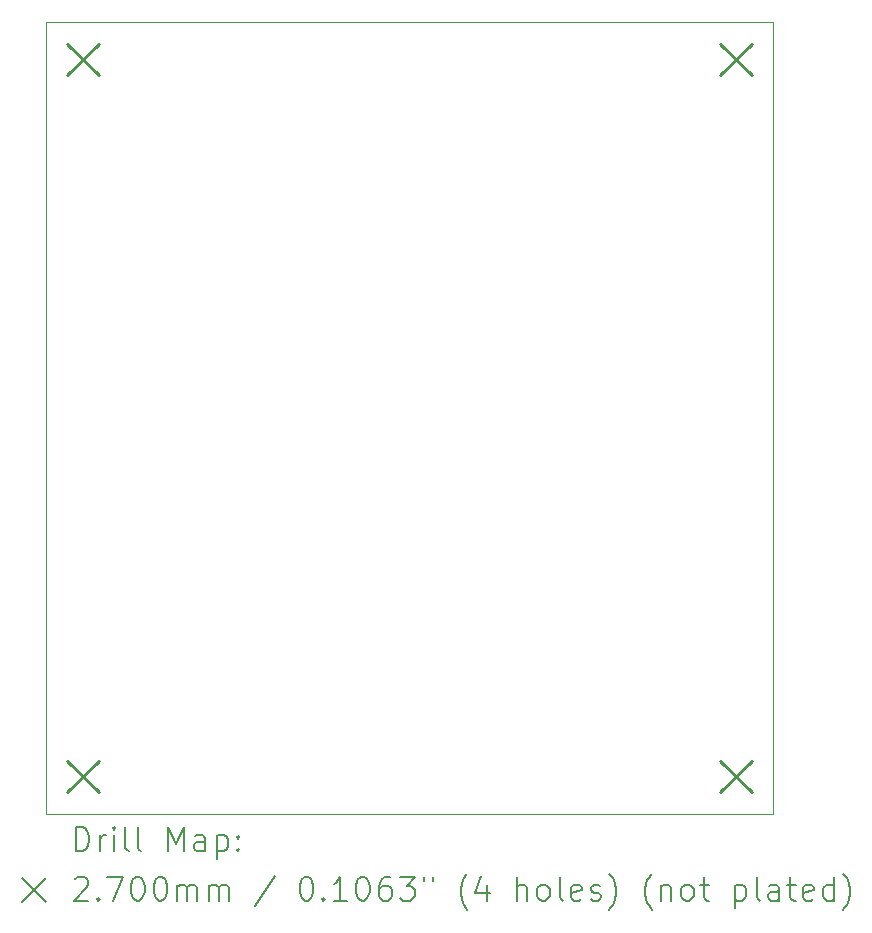
<source format=gbr>
%FSLAX45Y45*%
G04 Gerber Fmt 4.5, Leading zero omitted, Abs format (unit mm)*
G04 Created by KiCad (PCBNEW (6.0.2)) date 2022-12-04 09:31:24*
%MOMM*%
%LPD*%
G01*
G04 APERTURE LIST*
%TA.AperFunction,Profile*%
%ADD10C,0.050000*%
%TD*%
%ADD11C,0.200000*%
%ADD12C,0.270000*%
G04 APERTURE END LIST*
D10*
X15557500Y-11112500D02*
X9398000Y-11112500D01*
X9398000Y-11112500D02*
X9398000Y-4406900D01*
X9398000Y-4406900D02*
X15557500Y-4406900D01*
X15557500Y-4406900D02*
X15557500Y-11112500D01*
D11*
D12*
X9580500Y-4589400D02*
X9850500Y-4859400D01*
X9850500Y-4589400D02*
X9580500Y-4859400D01*
X9580500Y-10660000D02*
X9850500Y-10930000D01*
X9850500Y-10660000D02*
X9580500Y-10930000D01*
X15105000Y-4589400D02*
X15375000Y-4859400D01*
X15375000Y-4589400D02*
X15105000Y-4859400D01*
X15105000Y-10660000D02*
X15375000Y-10930000D01*
X15375000Y-10660000D02*
X15105000Y-10930000D01*
D11*
X9653119Y-11425476D02*
X9653119Y-11225476D01*
X9700738Y-11225476D01*
X9729310Y-11235000D01*
X9748357Y-11254048D01*
X9757881Y-11273095D01*
X9767405Y-11311190D01*
X9767405Y-11339762D01*
X9757881Y-11377857D01*
X9748357Y-11396905D01*
X9729310Y-11415952D01*
X9700738Y-11425476D01*
X9653119Y-11425476D01*
X9853119Y-11425476D02*
X9853119Y-11292143D01*
X9853119Y-11330238D02*
X9862643Y-11311190D01*
X9872167Y-11301667D01*
X9891214Y-11292143D01*
X9910262Y-11292143D01*
X9976929Y-11425476D02*
X9976929Y-11292143D01*
X9976929Y-11225476D02*
X9967405Y-11235000D01*
X9976929Y-11244524D01*
X9986452Y-11235000D01*
X9976929Y-11225476D01*
X9976929Y-11244524D01*
X10100738Y-11425476D02*
X10081690Y-11415952D01*
X10072167Y-11396905D01*
X10072167Y-11225476D01*
X10205500Y-11425476D02*
X10186452Y-11415952D01*
X10176929Y-11396905D01*
X10176929Y-11225476D01*
X10434071Y-11425476D02*
X10434071Y-11225476D01*
X10500738Y-11368333D01*
X10567405Y-11225476D01*
X10567405Y-11425476D01*
X10748357Y-11425476D02*
X10748357Y-11320714D01*
X10738833Y-11301667D01*
X10719786Y-11292143D01*
X10681690Y-11292143D01*
X10662643Y-11301667D01*
X10748357Y-11415952D02*
X10729310Y-11425476D01*
X10681690Y-11425476D01*
X10662643Y-11415952D01*
X10653119Y-11396905D01*
X10653119Y-11377857D01*
X10662643Y-11358809D01*
X10681690Y-11349286D01*
X10729310Y-11349286D01*
X10748357Y-11339762D01*
X10843595Y-11292143D02*
X10843595Y-11492143D01*
X10843595Y-11301667D02*
X10862643Y-11292143D01*
X10900738Y-11292143D01*
X10919786Y-11301667D01*
X10929310Y-11311190D01*
X10938833Y-11330238D01*
X10938833Y-11387381D01*
X10929310Y-11406428D01*
X10919786Y-11415952D01*
X10900738Y-11425476D01*
X10862643Y-11425476D01*
X10843595Y-11415952D01*
X11024548Y-11406428D02*
X11034071Y-11415952D01*
X11024548Y-11425476D01*
X11015024Y-11415952D01*
X11024548Y-11406428D01*
X11024548Y-11425476D01*
X11024548Y-11301667D02*
X11034071Y-11311190D01*
X11024548Y-11320714D01*
X11015024Y-11311190D01*
X11024548Y-11301667D01*
X11024548Y-11320714D01*
X9195500Y-11655000D02*
X9395500Y-11855000D01*
X9395500Y-11655000D02*
X9195500Y-11855000D01*
X9643595Y-11664524D02*
X9653119Y-11655000D01*
X9672167Y-11645476D01*
X9719786Y-11645476D01*
X9738833Y-11655000D01*
X9748357Y-11664524D01*
X9757881Y-11683571D01*
X9757881Y-11702619D01*
X9748357Y-11731190D01*
X9634071Y-11845476D01*
X9757881Y-11845476D01*
X9843595Y-11826428D02*
X9853119Y-11835952D01*
X9843595Y-11845476D01*
X9834071Y-11835952D01*
X9843595Y-11826428D01*
X9843595Y-11845476D01*
X9919786Y-11645476D02*
X10053119Y-11645476D01*
X9967405Y-11845476D01*
X10167405Y-11645476D02*
X10186452Y-11645476D01*
X10205500Y-11655000D01*
X10215024Y-11664524D01*
X10224548Y-11683571D01*
X10234071Y-11721667D01*
X10234071Y-11769286D01*
X10224548Y-11807381D01*
X10215024Y-11826428D01*
X10205500Y-11835952D01*
X10186452Y-11845476D01*
X10167405Y-11845476D01*
X10148357Y-11835952D01*
X10138833Y-11826428D01*
X10129310Y-11807381D01*
X10119786Y-11769286D01*
X10119786Y-11721667D01*
X10129310Y-11683571D01*
X10138833Y-11664524D01*
X10148357Y-11655000D01*
X10167405Y-11645476D01*
X10357881Y-11645476D02*
X10376929Y-11645476D01*
X10395976Y-11655000D01*
X10405500Y-11664524D01*
X10415024Y-11683571D01*
X10424548Y-11721667D01*
X10424548Y-11769286D01*
X10415024Y-11807381D01*
X10405500Y-11826428D01*
X10395976Y-11835952D01*
X10376929Y-11845476D01*
X10357881Y-11845476D01*
X10338833Y-11835952D01*
X10329310Y-11826428D01*
X10319786Y-11807381D01*
X10310262Y-11769286D01*
X10310262Y-11721667D01*
X10319786Y-11683571D01*
X10329310Y-11664524D01*
X10338833Y-11655000D01*
X10357881Y-11645476D01*
X10510262Y-11845476D02*
X10510262Y-11712143D01*
X10510262Y-11731190D02*
X10519786Y-11721667D01*
X10538833Y-11712143D01*
X10567405Y-11712143D01*
X10586452Y-11721667D01*
X10595976Y-11740714D01*
X10595976Y-11845476D01*
X10595976Y-11740714D02*
X10605500Y-11721667D01*
X10624548Y-11712143D01*
X10653119Y-11712143D01*
X10672167Y-11721667D01*
X10681690Y-11740714D01*
X10681690Y-11845476D01*
X10776929Y-11845476D02*
X10776929Y-11712143D01*
X10776929Y-11731190D02*
X10786452Y-11721667D01*
X10805500Y-11712143D01*
X10834071Y-11712143D01*
X10853119Y-11721667D01*
X10862643Y-11740714D01*
X10862643Y-11845476D01*
X10862643Y-11740714D02*
X10872167Y-11721667D01*
X10891214Y-11712143D01*
X10919786Y-11712143D01*
X10938833Y-11721667D01*
X10948357Y-11740714D01*
X10948357Y-11845476D01*
X11338833Y-11635952D02*
X11167405Y-11893095D01*
X11595976Y-11645476D02*
X11615024Y-11645476D01*
X11634071Y-11655000D01*
X11643595Y-11664524D01*
X11653119Y-11683571D01*
X11662643Y-11721667D01*
X11662643Y-11769286D01*
X11653119Y-11807381D01*
X11643595Y-11826428D01*
X11634071Y-11835952D01*
X11615024Y-11845476D01*
X11595976Y-11845476D01*
X11576928Y-11835952D01*
X11567405Y-11826428D01*
X11557881Y-11807381D01*
X11548357Y-11769286D01*
X11548357Y-11721667D01*
X11557881Y-11683571D01*
X11567405Y-11664524D01*
X11576928Y-11655000D01*
X11595976Y-11645476D01*
X11748357Y-11826428D02*
X11757881Y-11835952D01*
X11748357Y-11845476D01*
X11738833Y-11835952D01*
X11748357Y-11826428D01*
X11748357Y-11845476D01*
X11948357Y-11845476D02*
X11834071Y-11845476D01*
X11891214Y-11845476D02*
X11891214Y-11645476D01*
X11872167Y-11674048D01*
X11853119Y-11693095D01*
X11834071Y-11702619D01*
X12072167Y-11645476D02*
X12091214Y-11645476D01*
X12110262Y-11655000D01*
X12119786Y-11664524D01*
X12129309Y-11683571D01*
X12138833Y-11721667D01*
X12138833Y-11769286D01*
X12129309Y-11807381D01*
X12119786Y-11826428D01*
X12110262Y-11835952D01*
X12091214Y-11845476D01*
X12072167Y-11845476D01*
X12053119Y-11835952D01*
X12043595Y-11826428D01*
X12034071Y-11807381D01*
X12024548Y-11769286D01*
X12024548Y-11721667D01*
X12034071Y-11683571D01*
X12043595Y-11664524D01*
X12053119Y-11655000D01*
X12072167Y-11645476D01*
X12310262Y-11645476D02*
X12272167Y-11645476D01*
X12253119Y-11655000D01*
X12243595Y-11664524D01*
X12224548Y-11693095D01*
X12215024Y-11731190D01*
X12215024Y-11807381D01*
X12224548Y-11826428D01*
X12234071Y-11835952D01*
X12253119Y-11845476D01*
X12291214Y-11845476D01*
X12310262Y-11835952D01*
X12319786Y-11826428D01*
X12329309Y-11807381D01*
X12329309Y-11759762D01*
X12319786Y-11740714D01*
X12310262Y-11731190D01*
X12291214Y-11721667D01*
X12253119Y-11721667D01*
X12234071Y-11731190D01*
X12224548Y-11740714D01*
X12215024Y-11759762D01*
X12395976Y-11645476D02*
X12519786Y-11645476D01*
X12453119Y-11721667D01*
X12481690Y-11721667D01*
X12500738Y-11731190D01*
X12510262Y-11740714D01*
X12519786Y-11759762D01*
X12519786Y-11807381D01*
X12510262Y-11826428D01*
X12500738Y-11835952D01*
X12481690Y-11845476D01*
X12424548Y-11845476D01*
X12405500Y-11835952D01*
X12395976Y-11826428D01*
X12595976Y-11645476D02*
X12595976Y-11683571D01*
X12672167Y-11645476D02*
X12672167Y-11683571D01*
X12967405Y-11921667D02*
X12957881Y-11912143D01*
X12938833Y-11883571D01*
X12929309Y-11864524D01*
X12919786Y-11835952D01*
X12910262Y-11788333D01*
X12910262Y-11750238D01*
X12919786Y-11702619D01*
X12929309Y-11674048D01*
X12938833Y-11655000D01*
X12957881Y-11626428D01*
X12967405Y-11616905D01*
X13129309Y-11712143D02*
X13129309Y-11845476D01*
X13081690Y-11635952D02*
X13034071Y-11778809D01*
X13157881Y-11778809D01*
X13386452Y-11845476D02*
X13386452Y-11645476D01*
X13472167Y-11845476D02*
X13472167Y-11740714D01*
X13462643Y-11721667D01*
X13443595Y-11712143D01*
X13415024Y-11712143D01*
X13395976Y-11721667D01*
X13386452Y-11731190D01*
X13595976Y-11845476D02*
X13576928Y-11835952D01*
X13567405Y-11826428D01*
X13557881Y-11807381D01*
X13557881Y-11750238D01*
X13567405Y-11731190D01*
X13576928Y-11721667D01*
X13595976Y-11712143D01*
X13624548Y-11712143D01*
X13643595Y-11721667D01*
X13653119Y-11731190D01*
X13662643Y-11750238D01*
X13662643Y-11807381D01*
X13653119Y-11826428D01*
X13643595Y-11835952D01*
X13624548Y-11845476D01*
X13595976Y-11845476D01*
X13776928Y-11845476D02*
X13757881Y-11835952D01*
X13748357Y-11816905D01*
X13748357Y-11645476D01*
X13929309Y-11835952D02*
X13910262Y-11845476D01*
X13872167Y-11845476D01*
X13853119Y-11835952D01*
X13843595Y-11816905D01*
X13843595Y-11740714D01*
X13853119Y-11721667D01*
X13872167Y-11712143D01*
X13910262Y-11712143D01*
X13929309Y-11721667D01*
X13938833Y-11740714D01*
X13938833Y-11759762D01*
X13843595Y-11778809D01*
X14015024Y-11835952D02*
X14034071Y-11845476D01*
X14072167Y-11845476D01*
X14091214Y-11835952D01*
X14100738Y-11816905D01*
X14100738Y-11807381D01*
X14091214Y-11788333D01*
X14072167Y-11778809D01*
X14043595Y-11778809D01*
X14024548Y-11769286D01*
X14015024Y-11750238D01*
X14015024Y-11740714D01*
X14024548Y-11721667D01*
X14043595Y-11712143D01*
X14072167Y-11712143D01*
X14091214Y-11721667D01*
X14167405Y-11921667D02*
X14176928Y-11912143D01*
X14195976Y-11883571D01*
X14205500Y-11864524D01*
X14215024Y-11835952D01*
X14224548Y-11788333D01*
X14224548Y-11750238D01*
X14215024Y-11702619D01*
X14205500Y-11674048D01*
X14195976Y-11655000D01*
X14176928Y-11626428D01*
X14167405Y-11616905D01*
X14529309Y-11921667D02*
X14519786Y-11912143D01*
X14500738Y-11883571D01*
X14491214Y-11864524D01*
X14481690Y-11835952D01*
X14472167Y-11788333D01*
X14472167Y-11750238D01*
X14481690Y-11702619D01*
X14491214Y-11674048D01*
X14500738Y-11655000D01*
X14519786Y-11626428D01*
X14529309Y-11616905D01*
X14605500Y-11712143D02*
X14605500Y-11845476D01*
X14605500Y-11731190D02*
X14615024Y-11721667D01*
X14634071Y-11712143D01*
X14662643Y-11712143D01*
X14681690Y-11721667D01*
X14691214Y-11740714D01*
X14691214Y-11845476D01*
X14815024Y-11845476D02*
X14795976Y-11835952D01*
X14786452Y-11826428D01*
X14776928Y-11807381D01*
X14776928Y-11750238D01*
X14786452Y-11731190D01*
X14795976Y-11721667D01*
X14815024Y-11712143D01*
X14843595Y-11712143D01*
X14862643Y-11721667D01*
X14872167Y-11731190D01*
X14881690Y-11750238D01*
X14881690Y-11807381D01*
X14872167Y-11826428D01*
X14862643Y-11835952D01*
X14843595Y-11845476D01*
X14815024Y-11845476D01*
X14938833Y-11712143D02*
X15015024Y-11712143D01*
X14967405Y-11645476D02*
X14967405Y-11816905D01*
X14976928Y-11835952D01*
X14995976Y-11845476D01*
X15015024Y-11845476D01*
X15234071Y-11712143D02*
X15234071Y-11912143D01*
X15234071Y-11721667D02*
X15253119Y-11712143D01*
X15291214Y-11712143D01*
X15310262Y-11721667D01*
X15319786Y-11731190D01*
X15329309Y-11750238D01*
X15329309Y-11807381D01*
X15319786Y-11826428D01*
X15310262Y-11835952D01*
X15291214Y-11845476D01*
X15253119Y-11845476D01*
X15234071Y-11835952D01*
X15443595Y-11845476D02*
X15424548Y-11835952D01*
X15415024Y-11816905D01*
X15415024Y-11645476D01*
X15605500Y-11845476D02*
X15605500Y-11740714D01*
X15595976Y-11721667D01*
X15576928Y-11712143D01*
X15538833Y-11712143D01*
X15519786Y-11721667D01*
X15605500Y-11835952D02*
X15586452Y-11845476D01*
X15538833Y-11845476D01*
X15519786Y-11835952D01*
X15510262Y-11816905D01*
X15510262Y-11797857D01*
X15519786Y-11778809D01*
X15538833Y-11769286D01*
X15586452Y-11769286D01*
X15605500Y-11759762D01*
X15672167Y-11712143D02*
X15748357Y-11712143D01*
X15700738Y-11645476D02*
X15700738Y-11816905D01*
X15710262Y-11835952D01*
X15729309Y-11845476D01*
X15748357Y-11845476D01*
X15891214Y-11835952D02*
X15872167Y-11845476D01*
X15834071Y-11845476D01*
X15815024Y-11835952D01*
X15805500Y-11816905D01*
X15805500Y-11740714D01*
X15815024Y-11721667D01*
X15834071Y-11712143D01*
X15872167Y-11712143D01*
X15891214Y-11721667D01*
X15900738Y-11740714D01*
X15900738Y-11759762D01*
X15805500Y-11778809D01*
X16072167Y-11845476D02*
X16072167Y-11645476D01*
X16072167Y-11835952D02*
X16053119Y-11845476D01*
X16015024Y-11845476D01*
X15995976Y-11835952D01*
X15986452Y-11826428D01*
X15976928Y-11807381D01*
X15976928Y-11750238D01*
X15986452Y-11731190D01*
X15995976Y-11721667D01*
X16015024Y-11712143D01*
X16053119Y-11712143D01*
X16072167Y-11721667D01*
X16148357Y-11921667D02*
X16157881Y-11912143D01*
X16176928Y-11883571D01*
X16186452Y-11864524D01*
X16195976Y-11835952D01*
X16205500Y-11788333D01*
X16205500Y-11750238D01*
X16195976Y-11702619D01*
X16186452Y-11674048D01*
X16176928Y-11655000D01*
X16157881Y-11626428D01*
X16148357Y-11616905D01*
M02*

</source>
